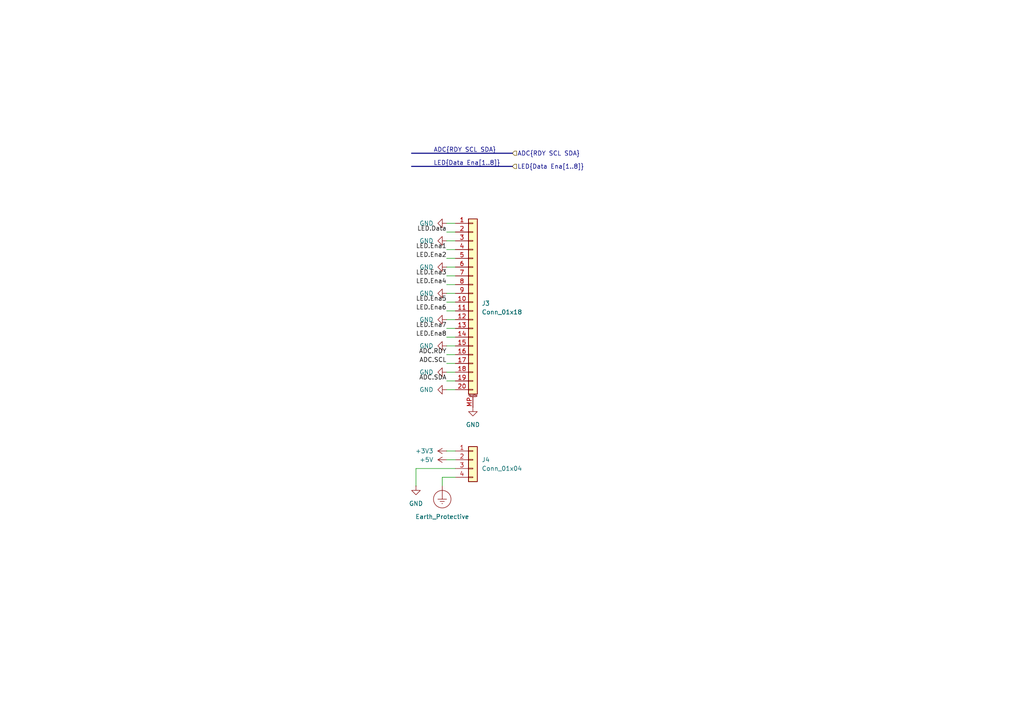
<source format=kicad_sch>
(kicad_sch
	(version 20250114)
	(generator "eeschema")
	(generator_version "9.0")
	(uuid "0ab071c3-0be2-4ea5-8a67-0f7aabcb1be5")
	(paper "A4")
	(lib_symbols
		(symbol "Connector_Generic:Conn_01x04"
			(pin_names
				(offset 1.016)
				(hide yes)
			)
			(exclude_from_sim no)
			(in_bom yes)
			(on_board yes)
			(property "Reference" "J"
				(at 0 5.08 0)
				(effects
					(font
						(size 1.27 1.27)
					)
				)
			)
			(property "Value" "Conn_01x04"
				(at 0 -7.62 0)
				(effects
					(font
						(size 1.27 1.27)
					)
				)
			)
			(property "Footprint" ""
				(at 0 0 0)
				(effects
					(font
						(size 1.27 1.27)
					)
					(hide yes)
				)
			)
			(property "Datasheet" "~"
				(at 0 0 0)
				(effects
					(font
						(size 1.27 1.27)
					)
					(hide yes)
				)
			)
			(property "Description" "Generic connector, single row, 01x04, script generated (kicad-library-utils/schlib/autogen/connector/)"
				(at 0 0 0)
				(effects
					(font
						(size 1.27 1.27)
					)
					(hide yes)
				)
			)
			(property "ki_keywords" "connector"
				(at 0 0 0)
				(effects
					(font
						(size 1.27 1.27)
					)
					(hide yes)
				)
			)
			(property "ki_fp_filters" "Connector*:*_1x??_*"
				(at 0 0 0)
				(effects
					(font
						(size 1.27 1.27)
					)
					(hide yes)
				)
			)
			(symbol "Conn_01x04_1_1"
				(rectangle
					(start -1.27 3.81)
					(end 1.27 -6.35)
					(stroke
						(width 0.254)
						(type default)
					)
					(fill
						(type background)
					)
				)
				(rectangle
					(start -1.27 2.667)
					(end 0 2.413)
					(stroke
						(width 0.1524)
						(type default)
					)
					(fill
						(type none)
					)
				)
				(rectangle
					(start -1.27 0.127)
					(end 0 -0.127)
					(stroke
						(width 0.1524)
						(type default)
					)
					(fill
						(type none)
					)
				)
				(rectangle
					(start -1.27 -2.413)
					(end 0 -2.667)
					(stroke
						(width 0.1524)
						(type default)
					)
					(fill
						(type none)
					)
				)
				(rectangle
					(start -1.27 -4.953)
					(end 0 -5.207)
					(stroke
						(width 0.1524)
						(type default)
					)
					(fill
						(type none)
					)
				)
				(pin passive line
					(at -5.08 2.54 0)
					(length 3.81)
					(name "Pin_1"
						(effects
							(font
								(size 1.27 1.27)
							)
						)
					)
					(number "1"
						(effects
							(font
								(size 1.27 1.27)
							)
						)
					)
				)
				(pin passive line
					(at -5.08 0 0)
					(length 3.81)
					(name "Pin_2"
						(effects
							(font
								(size 1.27 1.27)
							)
						)
					)
					(number "2"
						(effects
							(font
								(size 1.27 1.27)
							)
						)
					)
				)
				(pin passive line
					(at -5.08 -2.54 0)
					(length 3.81)
					(name "Pin_3"
						(effects
							(font
								(size 1.27 1.27)
							)
						)
					)
					(number "3"
						(effects
							(font
								(size 1.27 1.27)
							)
						)
					)
				)
				(pin passive line
					(at -5.08 -5.08 0)
					(length 3.81)
					(name "Pin_4"
						(effects
							(font
								(size 1.27 1.27)
							)
						)
					)
					(number "4"
						(effects
							(font
								(size 1.27 1.27)
							)
						)
					)
				)
			)
			(embedded_fonts no)
		)
		(symbol "Connector_Generic_MountingPin:Conn_01x20_MountingPin"
			(pin_names
				(offset 1.016)
				(hide yes)
			)
			(exclude_from_sim no)
			(in_bom yes)
			(on_board yes)
			(property "Reference" "J"
				(at 0 25.4 0)
				(effects
					(font
						(size 1.27 1.27)
					)
				)
			)
			(property "Value" "Conn_01x20_MountingPin"
				(at 1.27 -27.94 0)
				(effects
					(font
						(size 1.27 1.27)
					)
					(justify left)
				)
			)
			(property "Footprint" ""
				(at 0 0 0)
				(effects
					(font
						(size 1.27 1.27)
					)
					(hide yes)
				)
			)
			(property "Datasheet" "~"
				(at 0 0 0)
				(effects
					(font
						(size 1.27 1.27)
					)
					(hide yes)
				)
			)
			(property "Description" "Generic connectable mounting pin connector, single row, 01x20, script generated (kicad-library-utils/schlib/autogen/connector/)"
				(at 0 0 0)
				(effects
					(font
						(size 1.27 1.27)
					)
					(hide yes)
				)
			)
			(property "ki_keywords" "connector"
				(at 0 0 0)
				(effects
					(font
						(size 1.27 1.27)
					)
					(hide yes)
				)
			)
			(property "ki_fp_filters" "Connector*:*_1x??-1MP*"
				(at 0 0 0)
				(effects
					(font
						(size 1.27 1.27)
					)
					(hide yes)
				)
			)
			(symbol "Conn_01x20_MountingPin_1_1"
				(rectangle
					(start -1.27 24.13)
					(end 1.27 -26.67)
					(stroke
						(width 0.254)
						(type default)
					)
					(fill
						(type background)
					)
				)
				(rectangle
					(start -1.27 22.987)
					(end 0 22.733)
					(stroke
						(width 0.1524)
						(type default)
					)
					(fill
						(type none)
					)
				)
				(rectangle
					(start -1.27 20.447)
					(end 0 20.193)
					(stroke
						(width 0.1524)
						(type default)
					)
					(fill
						(type none)
					)
				)
				(rectangle
					(start -1.27 17.907)
					(end 0 17.653)
					(stroke
						(width 0.1524)
						(type default)
					)
					(fill
						(type none)
					)
				)
				(rectangle
					(start -1.27 15.367)
					(end 0 15.113)
					(stroke
						(width 0.1524)
						(type default)
					)
					(fill
						(type none)
					)
				)
				(rectangle
					(start -1.27 12.827)
					(end 0 12.573)
					(stroke
						(width 0.1524)
						(type default)
					)
					(fill
						(type none)
					)
				)
				(rectangle
					(start -1.27 10.287)
					(end 0 10.033)
					(stroke
						(width 0.1524)
						(type default)
					)
					(fill
						(type none)
					)
				)
				(rectangle
					(start -1.27 7.747)
					(end 0 7.493)
					(stroke
						(width 0.1524)
						(type default)
					)
					(fill
						(type none)
					)
				)
				(rectangle
					(start -1.27 5.207)
					(end 0 4.953)
					(stroke
						(width 0.1524)
						(type default)
					)
					(fill
						(type none)
					)
				)
				(rectangle
					(start -1.27 2.667)
					(end 0 2.413)
					(stroke
						(width 0.1524)
						(type default)
					)
					(fill
						(type none)
					)
				)
				(rectangle
					(start -1.27 0.127)
					(end 0 -0.127)
					(stroke
						(width 0.1524)
						(type default)
					)
					(fill
						(type none)
					)
				)
				(rectangle
					(start -1.27 -2.413)
					(end 0 -2.667)
					(stroke
						(width 0.1524)
						(type default)
					)
					(fill
						(type none)
					)
				)
				(rectangle
					(start -1.27 -4.953)
					(end 0 -5.207)
					(stroke
						(width 0.1524)
						(type default)
					)
					(fill
						(type none)
					)
				)
				(rectangle
					(start -1.27 -7.493)
					(end 0 -7.747)
					(stroke
						(width 0.1524)
						(type default)
					)
					(fill
						(type none)
					)
				)
				(rectangle
					(start -1.27 -10.033)
					(end 0 -10.287)
					(stroke
						(width 0.1524)
						(type default)
					)
					(fill
						(type none)
					)
				)
				(rectangle
					(start -1.27 -12.573)
					(end 0 -12.827)
					(stroke
						(width 0.1524)
						(type default)
					)
					(fill
						(type none)
					)
				)
				(rectangle
					(start -1.27 -15.113)
					(end 0 -15.367)
					(stroke
						(width 0.1524)
						(type default)
					)
					(fill
						(type none)
					)
				)
				(rectangle
					(start -1.27 -17.653)
					(end 0 -17.907)
					(stroke
						(width 0.1524)
						(type default)
					)
					(fill
						(type none)
					)
				)
				(rectangle
					(start -1.27 -20.193)
					(end 0 -20.447)
					(stroke
						(width 0.1524)
						(type default)
					)
					(fill
						(type none)
					)
				)
				(rectangle
					(start -1.27 -22.733)
					(end 0 -22.987)
					(stroke
						(width 0.1524)
						(type default)
					)
					(fill
						(type none)
					)
				)
				(rectangle
					(start -1.27 -25.273)
					(end 0 -25.527)
					(stroke
						(width 0.1524)
						(type default)
					)
					(fill
						(type none)
					)
				)
				(polyline
					(pts
						(xy -1.016 -27.432) (xy 1.016 -27.432)
					)
					(stroke
						(width 0.1524)
						(type default)
					)
					(fill
						(type none)
					)
				)
				(text "Mounting"
					(at 0 -27.051 0)
					(effects
						(font
							(size 0.381 0.381)
						)
					)
				)
				(pin passive line
					(at -5.08 22.86 0)
					(length 3.81)
					(name "Pin_1"
						(effects
							(font
								(size 1.27 1.27)
							)
						)
					)
					(number "1"
						(effects
							(font
								(size 1.27 1.27)
							)
						)
					)
				)
				(pin passive line
					(at -5.08 20.32 0)
					(length 3.81)
					(name "Pin_2"
						(effects
							(font
								(size 1.27 1.27)
							)
						)
					)
					(number "2"
						(effects
							(font
								(size 1.27 1.27)
							)
						)
					)
				)
				(pin passive line
					(at -5.08 17.78 0)
					(length 3.81)
					(name "Pin_3"
						(effects
							(font
								(size 1.27 1.27)
							)
						)
					)
					(number "3"
						(effects
							(font
								(size 1.27 1.27)
							)
						)
					)
				)
				(pin passive line
					(at -5.08 15.24 0)
					(length 3.81)
					(name "Pin_4"
						(effects
							(font
								(size 1.27 1.27)
							)
						)
					)
					(number "4"
						(effects
							(font
								(size 1.27 1.27)
							)
						)
					)
				)
				(pin passive line
					(at -5.08 12.7 0)
					(length 3.81)
					(name "Pin_5"
						(effects
							(font
								(size 1.27 1.27)
							)
						)
					)
					(number "5"
						(effects
							(font
								(size 1.27 1.27)
							)
						)
					)
				)
				(pin passive line
					(at -5.08 10.16 0)
					(length 3.81)
					(name "Pin_6"
						(effects
							(font
								(size 1.27 1.27)
							)
						)
					)
					(number "6"
						(effects
							(font
								(size 1.27 1.27)
							)
						)
					)
				)
				(pin passive line
					(at -5.08 7.62 0)
					(length 3.81)
					(name "Pin_7"
						(effects
							(font
								(size 1.27 1.27)
							)
						)
					)
					(number "7"
						(effects
							(font
								(size 1.27 1.27)
							)
						)
					)
				)
				(pin passive line
					(at -5.08 5.08 0)
					(length 3.81)
					(name "Pin_8"
						(effects
							(font
								(size 1.27 1.27)
							)
						)
					)
					(number "8"
						(effects
							(font
								(size 1.27 1.27)
							)
						)
					)
				)
				(pin passive line
					(at -5.08 2.54 0)
					(length 3.81)
					(name "Pin_9"
						(effects
							(font
								(size 1.27 1.27)
							)
						)
					)
					(number "9"
						(effects
							(font
								(size 1.27 1.27)
							)
						)
					)
				)
				(pin passive line
					(at -5.08 0 0)
					(length 3.81)
					(name "Pin_10"
						(effects
							(font
								(size 1.27 1.27)
							)
						)
					)
					(number "10"
						(effects
							(font
								(size 1.27 1.27)
							)
						)
					)
				)
				(pin passive line
					(at -5.08 -2.54 0)
					(length 3.81)
					(name "Pin_11"
						(effects
							(font
								(size 1.27 1.27)
							)
						)
					)
					(number "11"
						(effects
							(font
								(size 1.27 1.27)
							)
						)
					)
				)
				(pin passive line
					(at -5.08 -5.08 0)
					(length 3.81)
					(name "Pin_12"
						(effects
							(font
								(size 1.27 1.27)
							)
						)
					)
					(number "12"
						(effects
							(font
								(size 1.27 1.27)
							)
						)
					)
				)
				(pin passive line
					(at -5.08 -7.62 0)
					(length 3.81)
					(name "Pin_13"
						(effects
							(font
								(size 1.27 1.27)
							)
						)
					)
					(number "13"
						(effects
							(font
								(size 1.27 1.27)
							)
						)
					)
				)
				(pin passive line
					(at -5.08 -10.16 0)
					(length 3.81)
					(name "Pin_14"
						(effects
							(font
								(size 1.27 1.27)
							)
						)
					)
					(number "14"
						(effects
							(font
								(size 1.27 1.27)
							)
						)
					)
				)
				(pin passive line
					(at -5.08 -12.7 0)
					(length 3.81)
					(name "Pin_15"
						(effects
							(font
								(size 1.27 1.27)
							)
						)
					)
					(number "15"
						(effects
							(font
								(size 1.27 1.27)
							)
						)
					)
				)
				(pin passive line
					(at -5.08 -15.24 0)
					(length 3.81)
					(name "Pin_16"
						(effects
							(font
								(size 1.27 1.27)
							)
						)
					)
					(number "16"
						(effects
							(font
								(size 1.27 1.27)
							)
						)
					)
				)
				(pin passive line
					(at -5.08 -17.78 0)
					(length 3.81)
					(name "Pin_17"
						(effects
							(font
								(size 1.27 1.27)
							)
						)
					)
					(number "17"
						(effects
							(font
								(size 1.27 1.27)
							)
						)
					)
				)
				(pin passive line
					(at -5.08 -20.32 0)
					(length 3.81)
					(name "Pin_18"
						(effects
							(font
								(size 1.27 1.27)
							)
						)
					)
					(number "18"
						(effects
							(font
								(size 1.27 1.27)
							)
						)
					)
				)
				(pin passive line
					(at -5.08 -22.86 0)
					(length 3.81)
					(name "Pin_19"
						(effects
							(font
								(size 1.27 1.27)
							)
						)
					)
					(number "19"
						(effects
							(font
								(size 1.27 1.27)
							)
						)
					)
				)
				(pin passive line
					(at -5.08 -25.4 0)
					(length 3.81)
					(name "Pin_20"
						(effects
							(font
								(size 1.27 1.27)
							)
						)
					)
					(number "20"
						(effects
							(font
								(size 1.27 1.27)
							)
						)
					)
				)
				(pin passive line
					(at 0 -30.48 90)
					(length 3.048)
					(name "MountPin"
						(effects
							(font
								(size 1.27 1.27)
							)
						)
					)
					(number "MP"
						(effects
							(font
								(size 1.27 1.27)
							)
						)
					)
				)
			)
			(embedded_fonts no)
		)
		(symbol "power:+3V3"
			(power)
			(pin_numbers
				(hide yes)
			)
			(pin_names
				(offset 0)
				(hide yes)
			)
			(exclude_from_sim no)
			(in_bom yes)
			(on_board yes)
			(property "Reference" "#PWR"
				(at 0 -3.81 0)
				(effects
					(font
						(size 1.27 1.27)
					)
					(hide yes)
				)
			)
			(property "Value" "+3V3"
				(at 0 3.556 0)
				(effects
					(font
						(size 1.27 1.27)
					)
				)
			)
			(property "Footprint" ""
				(at 0 0 0)
				(effects
					(font
						(size 1.27 1.27)
					)
					(hide yes)
				)
			)
			(property "Datasheet" ""
				(at 0 0 0)
				(effects
					(font
						(size 1.27 1.27)
					)
					(hide yes)
				)
			)
			(property "Description" "Power symbol creates a global label with name \"+3V3\""
				(at 0 0 0)
				(effects
					(font
						(size 1.27 1.27)
					)
					(hide yes)
				)
			)
			(property "ki_keywords" "global power"
				(at 0 0 0)
				(effects
					(font
						(size 1.27 1.27)
					)
					(hide yes)
				)
			)
			(symbol "+3V3_0_1"
				(polyline
					(pts
						(xy -0.762 1.27) (xy 0 2.54)
					)
					(stroke
						(width 0)
						(type default)
					)
					(fill
						(type none)
					)
				)
				(polyline
					(pts
						(xy 0 2.54) (xy 0.762 1.27)
					)
					(stroke
						(width 0)
						(type default)
					)
					(fill
						(type none)
					)
				)
				(polyline
					(pts
						(xy 0 0) (xy 0 2.54)
					)
					(stroke
						(width 0)
						(type default)
					)
					(fill
						(type none)
					)
				)
			)
			(symbol "+3V3_1_1"
				(pin power_in line
					(at 0 0 90)
					(length 0)
					(name "~"
						(effects
							(font
								(size 1.27 1.27)
							)
						)
					)
					(number "1"
						(effects
							(font
								(size 1.27 1.27)
							)
						)
					)
				)
			)
			(embedded_fonts no)
		)
		(symbol "power:+5V"
			(power)
			(pin_numbers
				(hide yes)
			)
			(pin_names
				(offset 0)
				(hide yes)
			)
			(exclude_from_sim no)
			(in_bom yes)
			(on_board yes)
			(property "Reference" "#PWR"
				(at 0 -3.81 0)
				(effects
					(font
						(size 1.27 1.27)
					)
					(hide yes)
				)
			)
			(property "Value" "+5V"
				(at 0 3.556 0)
				(effects
					(font
						(size 1.27 1.27)
					)
				)
			)
			(property "Footprint" ""
				(at 0 0 0)
				(effects
					(font
						(size 1.27 1.27)
					)
					(hide yes)
				)
			)
			(property "Datasheet" ""
				(at 0 0 0)
				(effects
					(font
						(size 1.27 1.27)
					)
					(hide yes)
				)
			)
			(property "Description" "Power symbol creates a global label with name \"+5V\""
				(at 0 0 0)
				(effects
					(font
						(size 1.27 1.27)
					)
					(hide yes)
				)
			)
			(property "ki_keywords" "global power"
				(at 0 0 0)
				(effects
					(font
						(size 1.27 1.27)
					)
					(hide yes)
				)
			)
			(symbol "+5V_0_1"
				(polyline
					(pts
						(xy -0.762 1.27) (xy 0 2.54)
					)
					(stroke
						(width 0)
						(type default)
					)
					(fill
						(type none)
					)
				)
				(polyline
					(pts
						(xy 0 2.54) (xy 0.762 1.27)
					)
					(stroke
						(width 0)
						(type default)
					)
					(fill
						(type none)
					)
				)
				(polyline
					(pts
						(xy 0 0) (xy 0 2.54)
					)
					(stroke
						(width 0)
						(type default)
					)
					(fill
						(type none)
					)
				)
			)
			(symbol "+5V_1_1"
				(pin power_in line
					(at 0 0 90)
					(length 0)
					(name "~"
						(effects
							(font
								(size 1.27 1.27)
							)
						)
					)
					(number "1"
						(effects
							(font
								(size 1.27 1.27)
							)
						)
					)
				)
			)
			(embedded_fonts no)
		)
		(symbol "power:Earth_Protective"
			(power)
			(pin_numbers
				(hide yes)
			)
			(pin_names
				(offset 0)
				(hide yes)
			)
			(exclude_from_sim no)
			(in_bom yes)
			(on_board yes)
			(property "Reference" "#PWR"
				(at 0 -10.16 0)
				(effects
					(font
						(size 1.27 1.27)
					)
					(hide yes)
				)
			)
			(property "Value" "Earth_Protective"
				(at 0 -7.62 0)
				(effects
					(font
						(size 1.27 1.27)
					)
				)
			)
			(property "Footprint" ""
				(at 0 -2.54 0)
				(effects
					(font
						(size 1.27 1.27)
					)
					(hide yes)
				)
			)
			(property "Datasheet" "~"
				(at 0 -2.54 0)
				(effects
					(font
						(size 1.27 1.27)
					)
					(hide yes)
				)
			)
			(property "Description" "Power symbol creates a global label with name \"Earth_Protective\""
				(at 0 0 0)
				(effects
					(font
						(size 1.27 1.27)
					)
					(hide yes)
				)
			)
			(property "ki_keywords" "global ground gnd clean"
				(at 0 0 0)
				(effects
					(font
						(size 1.27 1.27)
					)
					(hide yes)
				)
			)
			(symbol "Earth_Protective_0_1"
				(polyline
					(pts
						(xy -0.635 -4.445) (xy 0.635 -4.445)
					)
					(stroke
						(width 0)
						(type default)
					)
					(fill
						(type none)
					)
				)
				(polyline
					(pts
						(xy -0.127 -5.08) (xy 0.127 -5.08)
					)
					(stroke
						(width 0)
						(type default)
					)
					(fill
						(type none)
					)
				)
				(polyline
					(pts
						(xy 0 -3.81) (xy 0 0)
					)
					(stroke
						(width 0)
						(type default)
					)
					(fill
						(type none)
					)
				)
				(circle
					(center 0 -3.81)
					(radius 2.54)
					(stroke
						(width 0)
						(type default)
					)
					(fill
						(type none)
					)
				)
				(polyline
					(pts
						(xy 1.27 -3.81) (xy -1.27 -3.81)
					)
					(stroke
						(width 0)
						(type default)
					)
					(fill
						(type none)
					)
				)
			)
			(symbol "Earth_Protective_1_1"
				(pin power_in line
					(at 0 0 270)
					(length 0)
					(name "~"
						(effects
							(font
								(size 1.27 1.27)
							)
						)
					)
					(number "1"
						(effects
							(font
								(size 1.27 1.27)
							)
						)
					)
				)
			)
			(embedded_fonts no)
		)
		(symbol "power:GND"
			(power)
			(pin_numbers
				(hide yes)
			)
			(pin_names
				(offset 0)
				(hide yes)
			)
			(exclude_from_sim no)
			(in_bom yes)
			(on_board yes)
			(property "Reference" "#PWR"
				(at 0 -6.35 0)
				(effects
					(font
						(size 1.27 1.27)
					)
					(hide yes)
				)
			)
			(property "Value" "GND"
				(at 0 -3.81 0)
				(effects
					(font
						(size 1.27 1.27)
					)
				)
			)
			(property "Footprint" ""
				(at 0 0 0)
				(effects
					(font
						(size 1.27 1.27)
					)
					(hide yes)
				)
			)
			(property "Datasheet" ""
				(at 0 0 0)
				(effects
					(font
						(size 1.27 1.27)
					)
					(hide yes)
				)
			)
			(property "Description" "Power symbol creates a global label with name \"GND\" , ground"
				(at 0 0 0)
				(effects
					(font
						(size 1.27 1.27)
					)
					(hide yes)
				)
			)
			(property "ki_keywords" "global power"
				(at 0 0 0)
				(effects
					(font
						(size 1.27 1.27)
					)
					(hide yes)
				)
			)
			(symbol "GND_0_1"
				(polyline
					(pts
						(xy 0 0) (xy 0 -1.27) (xy 1.27 -1.27) (xy 0 -2.54) (xy -1.27 -1.27) (xy 0 -1.27)
					)
					(stroke
						(width 0)
						(type default)
					)
					(fill
						(type none)
					)
				)
			)
			(symbol "GND_1_1"
				(pin power_in line
					(at 0 0 270)
					(length 0)
					(name "~"
						(effects
							(font
								(size 1.27 1.27)
							)
						)
					)
					(number "1"
						(effects
							(font
								(size 1.27 1.27)
							)
						)
					)
				)
			)
			(embedded_fonts no)
		)
	)
	(wire
		(pts
			(xy 129.54 110.49) (xy 132.08 110.49)
		)
		(stroke
			(width 0)
			(type default)
		)
		(uuid "14cc04f8-8952-423e-8eaf-b54be0f87817")
	)
	(wire
		(pts
			(xy 129.54 95.25) (xy 132.08 95.25)
		)
		(stroke
			(width 0)
			(type default)
		)
		(uuid "160149d1-1cb4-4c96-83ae-b75661e04fea")
	)
	(wire
		(pts
			(xy 129.54 64.77) (xy 132.08 64.77)
		)
		(stroke
			(width 0)
			(type default)
		)
		(uuid "1b511503-a351-4a6e-896d-bc4e2ca564c6")
	)
	(wire
		(pts
			(xy 129.54 82.55) (xy 132.08 82.55)
		)
		(stroke
			(width 0)
			(type default)
		)
		(uuid "1bcd4c9e-0a88-464d-97b7-d36dbad9fc28")
	)
	(wire
		(pts
			(xy 129.54 74.93) (xy 132.08 74.93)
		)
		(stroke
			(width 0)
			(type default)
		)
		(uuid "1c8ef686-7906-49ca-bf0e-64ea502071bf")
	)
	(wire
		(pts
			(xy 129.54 133.35) (xy 132.08 133.35)
		)
		(stroke
			(width 0)
			(type default)
		)
		(uuid "2566fe7f-73a6-425c-a672-240e636a12e0")
	)
	(wire
		(pts
			(xy 129.54 102.87) (xy 132.08 102.87)
		)
		(stroke
			(width 0)
			(type default)
		)
		(uuid "338a4279-833f-40ad-ad14-2fb8a59ab13b")
	)
	(wire
		(pts
			(xy 129.54 90.17) (xy 132.08 90.17)
		)
		(stroke
			(width 0)
			(type default)
		)
		(uuid "40b3fd15-9703-4e4b-9774-d862f24e2170")
	)
	(wire
		(pts
			(xy 129.54 80.01) (xy 132.08 80.01)
		)
		(stroke
			(width 0)
			(type default)
		)
		(uuid "40c00565-b667-4b7b-9385-9d4a17dc1559")
	)
	(wire
		(pts
			(xy 129.54 107.95) (xy 132.08 107.95)
		)
		(stroke
			(width 0)
			(type default)
		)
		(uuid "4ad76a7f-228f-4930-abe3-3476ef817aa1")
	)
	(wire
		(pts
			(xy 129.54 69.85) (xy 132.08 69.85)
		)
		(stroke
			(width 0)
			(type default)
		)
		(uuid "4d739c0f-5ee2-49c0-b615-01731083c835")
	)
	(wire
		(pts
			(xy 129.54 113.03) (xy 132.08 113.03)
		)
		(stroke
			(width 0)
			(type default)
		)
		(uuid "51e50380-ce75-4e0b-b8a8-af7e48bd4038")
	)
	(wire
		(pts
			(xy 128.27 140.97) (xy 128.27 138.43)
		)
		(stroke
			(width 0)
			(type default)
		)
		(uuid "6911ef97-5dd5-49cf-8325-19f931a18085")
	)
	(wire
		(pts
			(xy 129.54 87.63) (xy 132.08 87.63)
		)
		(stroke
			(width 0)
			(type default)
		)
		(uuid "8f7e02d2-d425-4d33-8511-c3e4a4ad34b4")
	)
	(bus
		(pts
			(xy 119.38 44.45) (xy 148.59 44.45)
		)
		(stroke
			(width 0)
			(type default)
		)
		(uuid "9b88a607-97e3-48a0-ba9b-5a8b53b25492")
	)
	(wire
		(pts
			(xy 129.54 85.09) (xy 132.08 85.09)
		)
		(stroke
			(width 0)
			(type default)
		)
		(uuid "9d3c87ad-e00b-4c57-a0cf-1c45f8a638b8")
	)
	(wire
		(pts
			(xy 129.54 77.47) (xy 132.08 77.47)
		)
		(stroke
			(width 0)
			(type default)
		)
		(uuid "9d86ee61-1d86-49d5-9089-1cea196ef86e")
	)
	(wire
		(pts
			(xy 129.54 92.71) (xy 132.08 92.71)
		)
		(stroke
			(width 0)
			(type default)
		)
		(uuid "a45ab4c4-b1a4-499f-bf04-b4fa3d8396d8")
	)
	(wire
		(pts
			(xy 120.65 140.97) (xy 120.65 135.89)
		)
		(stroke
			(width 0)
			(type default)
		)
		(uuid "abda22f6-9a80-49ba-b4c2-92fb2d9aa64d")
	)
	(wire
		(pts
			(xy 129.54 130.81) (xy 132.08 130.81)
		)
		(stroke
			(width 0)
			(type default)
		)
		(uuid "ad23ff72-99be-40fc-a83c-89a09ad8319a")
	)
	(wire
		(pts
			(xy 129.54 67.31) (xy 132.08 67.31)
		)
		(stroke
			(width 0)
			(type default)
		)
		(uuid "b6f31e43-386b-4745-b2f0-9385223fbfe9")
	)
	(wire
		(pts
			(xy 129.54 72.39) (xy 132.08 72.39)
		)
		(stroke
			(width 0)
			(type default)
		)
		(uuid "b999400a-d8cb-4126-a397-03a3fc2cfee1")
	)
	(wire
		(pts
			(xy 128.27 138.43) (xy 132.08 138.43)
		)
		(stroke
			(width 0)
			(type default)
		)
		(uuid "c8647988-a750-4743-8219-f79c7a0e331f")
	)
	(wire
		(pts
			(xy 129.54 105.41) (xy 132.08 105.41)
		)
		(stroke
			(width 0)
			(type default)
		)
		(uuid "cc9b9efa-26cc-4aef-8439-394b83acc6ae")
	)
	(wire
		(pts
			(xy 129.54 97.79) (xy 132.08 97.79)
		)
		(stroke
			(width 0)
			(type default)
		)
		(uuid "de8dfbcf-5e0c-47f1-92c9-65e5198111dd")
	)
	(bus
		(pts
			(xy 119.38 48.26) (xy 148.59 48.26)
		)
		(stroke
			(width 0)
			(type default)
		)
		(uuid "df01b1ed-e527-422c-a638-11e0f939d159")
	)
	(wire
		(pts
			(xy 129.54 100.33) (xy 132.08 100.33)
		)
		(stroke
			(width 0)
			(type default)
		)
		(uuid "f0a3ea70-39c7-43b6-bb2e-95739bffb48a")
	)
	(wire
		(pts
			(xy 120.65 135.89) (xy 132.08 135.89)
		)
		(stroke
			(width 0)
			(type default)
		)
		(uuid "fb7a3d54-5f83-4e93-b10f-6128e4be72ba")
	)
	(label "LED.Ena4"
		(at 129.54 82.55 180)
		(effects
			(font
				(size 1.27 1.27)
			)
			(justify right bottom)
		)
		(uuid "02169b52-38c9-46dd-889a-9416581c48d4")
	)
	(label "ADC.SDA"
		(at 129.54 110.49 180)
		(effects
			(font
				(size 1.27 1.27)
			)
			(justify right bottom)
		)
		(uuid "0c493d49-c47d-41e0-a81d-bdb7d7586c6f")
	)
	(label "LED.Ena7"
		(at 129.54 95.25 180)
		(effects
			(font
				(size 1.27 1.27)
			)
			(justify right bottom)
		)
		(uuid "5b91264f-05c2-4f81-b589-5eb1048ff80f")
	)
	(label "LED.Ena5"
		(at 129.54 87.63 180)
		(effects
			(font
				(size 1.27 1.27)
			)
			(justify right bottom)
		)
		(uuid "6fb3581a-65dc-4e31-9f50-a81e61120810")
	)
	(label "LED.Ena8"
		(at 129.54 97.79 180)
		(effects
			(font
				(size 1.27 1.27)
			)
			(justify right bottom)
		)
		(uuid "81775853-cd58-4310-adcc-40543763178e")
	)
	(label "LED.Ena2"
		(at 129.54 74.93 180)
		(effects
			(font
				(size 1.27 1.27)
			)
			(justify right bottom)
		)
		(uuid "85355b4a-5105-453b-aaaf-4cc7aaef91d9")
	)
	(label "ADC.SCL"
		(at 129.54 105.41 180)
		(effects
			(font
				(size 1.27 1.27)
			)
			(justify right bottom)
		)
		(uuid "85606181-98fa-4d5b-ae44-60d0bd0d78ae")
	)
	(label "ADC.RDY"
		(at 129.54 102.87 180)
		(effects
			(font
				(size 1.27 1.27)
			)
			(justify right bottom)
		)
		(uuid "99d796ee-87fb-4078-818b-c337da6055d9")
	)
	(label "LED.Ena3"
		(at 129.54 80.01 180)
		(effects
			(font
				(size 1.27 1.27)
			)
			(justify right bottom)
		)
		(uuid "a8ac4890-b622-4982-a314-32c7cdf409f7")
	)
	(label "LED.Ena1"
		(at 129.54 72.39 180)
		(effects
			(font
				(size 1.27 1.27)
			)
			(justify right bottom)
		)
		(uuid "b7840f10-6854-4061-bd3f-fb5973d0b92b")
	)
	(label "LED.Ena6"
		(at 129.54 90.17 180)
		(effects
			(font
				(size 1.27 1.27)
			)
			(justify right bottom)
		)
		(uuid "c4401a8a-a169-4c63-a055-7498fcb32ba0")
	)
	(label "LED{Data Ena[1..8]}"
		(at 125.73 48.26 0)
		(effects
			(font
				(size 1.27 1.27)
			)
			(justify left bottom)
		)
		(uuid "c5cfa722-21d7-4cbf-8abd-375e42b84243")
	)
	(label "LED.Data"
		(at 129.54 67.31 180)
		(effects
			(font
				(size 1.27 1.27)
			)
			(justify right bottom)
		)
		(uuid "e13e73a0-dd25-4a98-8201-8e1f8aef0e3e")
	)
	(label "ADC{RDY SCL SDA}"
		(at 125.73 44.45 0)
		(effects
			(font
				(size 1.27 1.27)
			)
			(justify left bottom)
		)
		(uuid "ef4faa65-fb2d-49f7-a07f-6477b52b6aed")
	)
	(hierarchical_label "ADC{RDY SCL SDA}"
		(shape input)
		(at 148.59 44.45 0)
		(effects
			(font
				(size 1.27 1.27)
			)
			(justify left)
		)
		(uuid "2af85993-fe38-4f6e-bdcb-df6b9b00e276")
	)
	(hierarchical_label "LED{Data Ena[1..8]}"
		(shape input)
		(at 148.59 48.26 0)
		(effects
			(font
				(size 1.27 1.27)
			)
			(justify left)
		)
		(uuid "dbc0d94e-02ae-4b99-a454-60b59164f455")
	)
	(symbol
		(lib_id "Connector_Generic:Conn_01x04")
		(at 137.16 133.35 0)
		(unit 1)
		(exclude_from_sim no)
		(in_bom yes)
		(on_board yes)
		(dnp no)
		(fields_autoplaced yes)
		(uuid "0071e936-01aa-41f6-8030-b5b3900b411b")
		(property "Reference" "J4"
			(at 139.7 133.3499 0)
			(effects
				(font
					(size 1.27 1.27)
				)
				(justify left)
			)
		)
		(property "Value" "Conn_01x04"
			(at 139.7 135.8899 0)
			(effects
				(font
					(size 1.27 1.27)
				)
				(justify left)
			)
		)
		(property "Footprint" "Connector_JST:JST_XH_B4B-XH-AM_1x04_P2.50mm_Vertical"
			(at 137.16 133.35 0)
			(effects
				(font
					(size 1.27 1.27)
				)
				(hide yes)
			)
		)
		(property "Datasheet" "~"
			(at 137.16 133.35 0)
			(effects
				(font
					(size 1.27 1.27)
				)
				(hide yes)
			)
		)
		(property "Description" "Generic connector, single row, 01x04, script generated (kicad-library-utils/schlib/autogen/connector/)"
			(at 137.16 133.35 0)
			(effects
				(font
					(size 1.27 1.27)
				)
				(hide yes)
			)
		)
		(pin "4"
			(uuid "6fcfaa21-7b96-4b4b-89ee-16f0ca08ad6c")
		)
		(pin "1"
			(uuid "2f539a2c-1ab2-4029-aa1c-1e1e94a93467")
		)
		(pin "3"
			(uuid "226c9b4f-e462-4ffd-ae44-64bfe0cdc4de")
		)
		(pin "2"
			(uuid "1f6dfd79-239a-4012-8d7c-e114e3bc18ad")
		)
		(instances
			(project "StairsV2Eth_MCUBoard"
				(path "/bd557fa5-9750-4f23-a70d-64eb23cad01a/de67b45f-ca8d-4034-93ea-51716c7758e9"
					(reference "J4")
					(unit 1)
				)
			)
		)
	)
	(symbol
		(lib_id "power:GND")
		(at 129.54 100.33 270)
		(unit 1)
		(exclude_from_sim no)
		(in_bom yes)
		(on_board yes)
		(dnp no)
		(fields_autoplaced yes)
		(uuid "02a8b39b-c1b6-4a56-ae01-d0b42ab39b97")
		(property "Reference" "#PWR056"
			(at 123.19 100.33 0)
			(effects
				(font
					(size 1.27 1.27)
				)
				(hide yes)
			)
		)
		(property "Value" "GND"
			(at 125.73 100.3299 90)
			(effects
				(font
					(size 1.27 1.27)
				)
				(justify right)
			)
		)
		(property "Footprint" ""
			(at 129.54 100.33 0)
			(effects
				(font
					(size 1.27 1.27)
				)
				(hide yes)
			)
		)
		(property "Datasheet" ""
			(at 129.54 100.33 0)
			(effects
				(font
					(size 1.27 1.27)
				)
				(hide yes)
			)
		)
		(property "Description" "Power symbol creates a global label with name \"GND\" , ground"
			(at 129.54 100.33 0)
			(effects
				(font
					(size 1.27 1.27)
				)
				(hide yes)
			)
		)
		(pin "1"
			(uuid "31358096-4012-4ee3-898c-25db3862bc58")
		)
		(instances
			(project "StairsV2Eth_MCUBoard"
				(path "/bd557fa5-9750-4f23-a70d-64eb23cad01a/de67b45f-ca8d-4034-93ea-51716c7758e9"
					(reference "#PWR056")
					(unit 1)
				)
			)
		)
	)
	(symbol
		(lib_id "power:GND")
		(at 129.54 69.85 270)
		(unit 1)
		(exclude_from_sim no)
		(in_bom yes)
		(on_board yes)
		(dnp no)
		(fields_autoplaced yes)
		(uuid "06275973-02ff-47f5-a521-885c1663f1db")
		(property "Reference" "#PWR052"
			(at 123.19 69.85 0)
			(effects
				(font
					(size 1.27 1.27)
				)
				(hide yes)
			)
		)
		(property "Value" "GND"
			(at 125.73 69.8499 90)
			(effects
				(font
					(size 1.27 1.27)
				)
				(justify right)
			)
		)
		(property "Footprint" ""
			(at 129.54 69.85 0)
			(effects
				(font
					(size 1.27 1.27)
				)
				(hide yes)
			)
		)
		(property "Datasheet" ""
			(at 129.54 69.85 0)
			(effects
				(font
					(size 1.27 1.27)
				)
				(hide yes)
			)
		)
		(property "Description" "Power symbol creates a global label with name \"GND\" , ground"
			(at 129.54 69.85 0)
			(effects
				(font
					(size 1.27 1.27)
				)
				(hide yes)
			)
		)
		(pin "1"
			(uuid "60136f85-f4cf-4b14-959b-a67e05c1933c")
		)
		(instances
			(project "StairsV2Eth_MCUBoard"
				(path "/bd557fa5-9750-4f23-a70d-64eb23cad01a/de67b45f-ca8d-4034-93ea-51716c7758e9"
					(reference "#PWR052")
					(unit 1)
				)
			)
		)
	)
	(symbol
		(lib_id "power:GND")
		(at 129.54 77.47 270)
		(unit 1)
		(exclude_from_sim no)
		(in_bom yes)
		(on_board yes)
		(dnp no)
		(fields_autoplaced yes)
		(uuid "1545c98b-f897-4cc0-9cae-21f36e905463")
		(property "Reference" "#PWR053"
			(at 123.19 77.47 0)
			(effects
				(font
					(size 1.27 1.27)
				)
				(hide yes)
			)
		)
		(property "Value" "GND"
			(at 125.73 77.4699 90)
			(effects
				(font
					(size 1.27 1.27)
				)
				(justify right)
			)
		)
		(property "Footprint" ""
			(at 129.54 77.47 0)
			(effects
				(font
					(size 1.27 1.27)
				)
				(hide yes)
			)
		)
		(property "Datasheet" ""
			(at 129.54 77.47 0)
			(effects
				(font
					(size 1.27 1.27)
				)
				(hide yes)
			)
		)
		(property "Description" "Power symbol creates a global label with name \"GND\" , ground"
			(at 129.54 77.47 0)
			(effects
				(font
					(size 1.27 1.27)
				)
				(hide yes)
			)
		)
		(pin "1"
			(uuid "8cc16ee0-4144-4c4d-ad56-8f7740e0d0e1")
		)
		(instances
			(project "StairsV2Eth_MCUBoard"
				(path "/bd557fa5-9750-4f23-a70d-64eb23cad01a/de67b45f-ca8d-4034-93ea-51716c7758e9"
					(reference "#PWR053")
					(unit 1)
				)
			)
		)
	)
	(symbol
		(lib_id "power:GND")
		(at 137.16 118.11 0)
		(unit 1)
		(exclude_from_sim no)
		(in_bom yes)
		(on_board yes)
		(dnp no)
		(fields_autoplaced yes)
		(uuid "28c0c56b-01be-44c5-8dc4-00855e708ede")
		(property "Reference" "#PWR061"
			(at 137.16 124.46 0)
			(effects
				(font
					(size 1.27 1.27)
				)
				(hide yes)
			)
		)
		(property "Value" "GND"
			(at 137.16 123.19 0)
			(effects
				(font
					(size 1.27 1.27)
				)
			)
		)
		(property "Footprint" ""
			(at 137.16 118.11 0)
			(effects
				(font
					(size 1.27 1.27)
				)
				(hide yes)
			)
		)
		(property "Datasheet" ""
			(at 137.16 118.11 0)
			(effects
				(font
					(size 1.27 1.27)
				)
				(hide yes)
			)
		)
		(property "Description" "Power symbol creates a global label with name \"GND\" , ground"
			(at 137.16 118.11 0)
			(effects
				(font
					(size 1.27 1.27)
				)
				(hide yes)
			)
		)
		(pin "1"
			(uuid "f89d5eca-00d5-4019-8a81-3109e3f72163")
		)
		(instances
			(project "StairsV2Eth_MCUBoard"
				(path "/bd557fa5-9750-4f23-a70d-64eb23cad01a/de67b45f-ca8d-4034-93ea-51716c7758e9"
					(reference "#PWR061")
					(unit 1)
				)
			)
		)
	)
	(symbol
		(lib_id "power:GND")
		(at 129.54 113.03 270)
		(unit 1)
		(exclude_from_sim no)
		(in_bom yes)
		(on_board yes)
		(dnp no)
		(fields_autoplaced yes)
		(uuid "45ec0aec-e3fd-416a-ae24-a465fbec5257")
		(property "Reference" "#PWR058"
			(at 123.19 113.03 0)
			(effects
				(font
					(size 1.27 1.27)
				)
				(hide yes)
			)
		)
		(property "Value" "GND"
			(at 125.73 113.0299 90)
			(effects
				(font
					(size 1.27 1.27)
				)
				(justify right)
			)
		)
		(property "Footprint" ""
			(at 129.54 113.03 0)
			(effects
				(font
					(size 1.27 1.27)
				)
				(hide yes)
			)
		)
		(property "Datasheet" ""
			(at 129.54 113.03 0)
			(effects
				(font
					(size 1.27 1.27)
				)
				(hide yes)
			)
		)
		(property "Description" "Power symbol creates a global label with name \"GND\" , ground"
			(at 129.54 113.03 0)
			(effects
				(font
					(size 1.27 1.27)
				)
				(hide yes)
			)
		)
		(pin "1"
			(uuid "19eeaee9-073e-4338-883a-fdd6c200c1b3")
		)
		(instances
			(project "StairsV2Eth_MCUBoard"
				(path "/bd557fa5-9750-4f23-a70d-64eb23cad01a/de67b45f-ca8d-4034-93ea-51716c7758e9"
					(reference "#PWR058")
					(unit 1)
				)
			)
		)
	)
	(symbol
		(lib_id "power:+3V3")
		(at 129.54 130.81 90)
		(unit 1)
		(exclude_from_sim no)
		(in_bom yes)
		(on_board yes)
		(dnp no)
		(fields_autoplaced yes)
		(uuid "551b5083-6bd6-4e08-ac3a-0eee1a02a950")
		(property "Reference" "#PWR059"
			(at 133.35 130.81 0)
			(effects
				(font
					(size 1.27 1.27)
				)
				(hide yes)
			)
		)
		(property "Value" "+3V3"
			(at 125.73 130.8099 90)
			(effects
				(font
					(size 1.27 1.27)
				)
				(justify left)
			)
		)
		(property "Footprint" ""
			(at 129.54 130.81 0)
			(effects
				(font
					(size 1.27 1.27)
				)
				(hide yes)
			)
		)
		(property "Datasheet" ""
			(at 129.54 130.81 0)
			(effects
				(font
					(size 1.27 1.27)
				)
				(hide yes)
			)
		)
		(property "Description" "Power symbol creates a global label with name \"+3V3\""
			(at 129.54 130.81 0)
			(effects
				(font
					(size 1.27 1.27)
				)
				(hide yes)
			)
		)
		(pin "1"
			(uuid "d2a36fba-4ec5-4b94-b6cd-b6b8e3a78f65")
		)
		(instances
			(project "StairsV2Eth_MCUBoard"
				(path "/bd557fa5-9750-4f23-a70d-64eb23cad01a/de67b45f-ca8d-4034-93ea-51716c7758e9"
					(reference "#PWR059")
					(unit 1)
				)
			)
		)
	)
	(symbol
		(lib_id "power:GND")
		(at 120.65 140.97 0)
		(unit 1)
		(exclude_from_sim no)
		(in_bom yes)
		(on_board yes)
		(dnp no)
		(fields_autoplaced yes)
		(uuid "58d6564c-ff34-4313-9439-5051439755ee")
		(property "Reference" "#PWR049"
			(at 120.65 147.32 0)
			(effects
				(font
					(size 1.27 1.27)
				)
				(hide yes)
			)
		)
		(property "Value" "GND"
			(at 120.65 146.05 0)
			(effects
				(font
					(size 1.27 1.27)
				)
			)
		)
		(property "Footprint" ""
			(at 120.65 140.97 0)
			(effects
				(font
					(size 1.27 1.27)
				)
				(hide yes)
			)
		)
		(property "Datasheet" ""
			(at 120.65 140.97 0)
			(effects
				(font
					(size 1.27 1.27)
				)
				(hide yes)
			)
		)
		(property "Description" "Power symbol creates a global label with name \"GND\" , ground"
			(at 120.65 140.97 0)
			(effects
				(font
					(size 1.27 1.27)
				)
				(hide yes)
			)
		)
		(pin "1"
			(uuid "c1f6cfb2-80b6-4cd1-97f2-d58bad1e24ff")
		)
		(instances
			(project "StairsV2Eth_MCUBoard"
				(path "/bd557fa5-9750-4f23-a70d-64eb23cad01a/de67b45f-ca8d-4034-93ea-51716c7758e9"
					(reference "#PWR049")
					(unit 1)
				)
			)
		)
	)
	(symbol
		(lib_id "power:GND")
		(at 129.54 92.71 270)
		(unit 1)
		(exclude_from_sim no)
		(in_bom yes)
		(on_board yes)
		(dnp no)
		(fields_autoplaced yes)
		(uuid "6cfcb951-9274-4ee2-bd9b-6f0481966043")
		(property "Reference" "#PWR055"
			(at 123.19 92.71 0)
			(effects
				(font
					(size 1.27 1.27)
				)
				(hide yes)
			)
		)
		(property "Value" "GND"
			(at 125.73 92.7099 90)
			(effects
				(font
					(size 1.27 1.27)
				)
				(justify right)
			)
		)
		(property "Footprint" ""
			(at 129.54 92.71 0)
			(effects
				(font
					(size 1.27 1.27)
				)
				(hide yes)
			)
		)
		(property "Datasheet" ""
			(at 129.54 92.71 0)
			(effects
				(font
					(size 1.27 1.27)
				)
				(hide yes)
			)
		)
		(property "Description" "Power symbol creates a global label with name \"GND\" , ground"
			(at 129.54 92.71 0)
			(effects
				(font
					(size 1.27 1.27)
				)
				(hide yes)
			)
		)
		(pin "1"
			(uuid "b54195ba-d38e-472d-b72b-d6bf5ded290b")
		)
		(instances
			(project "StairsV2Eth_MCUBoard"
				(path "/bd557fa5-9750-4f23-a70d-64eb23cad01a/de67b45f-ca8d-4034-93ea-51716c7758e9"
					(reference "#PWR055")
					(unit 1)
				)
			)
		)
	)
	(symbol
		(lib_id "Connector_Generic_MountingPin:Conn_01x20_MountingPin")
		(at 137.16 87.63 0)
		(unit 1)
		(exclude_from_sim no)
		(in_bom yes)
		(on_board yes)
		(dnp no)
		(fields_autoplaced yes)
		(uuid "6e9acb3a-3291-4ee6-895b-8c180db9d134")
		(property "Reference" "J3"
			(at 139.7 87.9855 0)
			(effects
				(font
					(size 1.27 1.27)
				)
				(justify left)
			)
		)
		(property "Value" "Conn_01x18"
			(at 139.7 90.5255 0)
			(effects
				(font
					(size 1.27 1.27)
				)
				(justify left)
			)
		)
		(property "Footprint" "ProjLibrary:FPC0520A1-20PVSZS1"
			(at 137.16 87.63 0)
			(effects
				(font
					(size 1.27 1.27)
				)
				(hide yes)
			)
		)
		(property "Datasheet" "~"
			(at 137.16 87.63 0)
			(effects
				(font
					(size 1.27 1.27)
				)
				(hide yes)
			)
		)
		(property "Description" "Generic connectable mounting pin connector, single row, 01x20, script generated (kicad-library-utils/schlib/autogen/connector/)"
			(at 137.16 87.63 0)
			(effects
				(font
					(size 1.27 1.27)
				)
				(hide yes)
			)
		)
		(pin "1"
			(uuid "a49d66ef-f2f7-4cb6-ab59-8d7003903229")
		)
		(pin "5"
			(uuid "72ceed9f-24ad-4215-99e4-5612ee136a49")
		)
		(pin "2"
			(uuid "b7ca2c7a-e166-47e9-8155-176399ed0060")
		)
		(pin "3"
			(uuid "1ba8350c-26bb-42d8-8022-01281a92aa8b")
		)
		(pin "4"
			(uuid "b04a13bf-c530-4dba-9318-374db9a3fb9b")
		)
		(pin "14"
			(uuid "4056ca12-d495-4e34-a310-13694cd1d109")
		)
		(pin "11"
			(uuid "1d453c30-400a-4710-894e-0ccdfa8384c0")
		)
		(pin "6"
			(uuid "2d0cce0b-dde6-4a5c-b7b9-bb6bb2620167")
		)
		(pin "10"
			(uuid "00f7d8b6-7de2-4f86-8744-8d42356bc8e4")
		)
		(pin "13"
			(uuid "95f02c34-cee0-4ac2-a1f5-e383ed833bae")
		)
		(pin "7"
			(uuid "a5e9f23c-a3fc-4ab7-a650-0396cce24023")
		)
		(pin "16"
			(uuid "eddf922e-37a6-483c-a1f4-1317a87c7e1c")
		)
		(pin "15"
			(uuid "4824eca3-d7b8-42ad-8cc8-14b7abf640eb")
		)
		(pin "8"
			(uuid "13bc0e19-5f45-4722-b4e6-35030d927731")
		)
		(pin "9"
			(uuid "d6163ba4-2129-4d5d-9b7c-683985bbecc0")
		)
		(pin "12"
			(uuid "34f8b54b-3874-4423-bbb4-143494e40329")
		)
		(pin "17"
			(uuid "4c8fc2ac-4487-40b0-a5fa-2258c6bb16e2")
		)
		(pin "18"
			(uuid "e9f3f7cf-094c-4669-86f6-87f0df70ef1e")
		)
		(pin "19"
			(uuid "74f60ec5-d133-4458-8710-7188598213d2")
		)
		(pin "20"
			(uuid "616aec4f-9d0a-4f44-be65-d18ef3f34b25")
		)
		(pin "MP"
			(uuid "bb50ef18-86aa-4333-bedd-1a5bbcccc879")
		)
		(instances
			(project "StairsV2Eth_MCUBoard"
				(path "/bd557fa5-9750-4f23-a70d-64eb23cad01a/de67b45f-ca8d-4034-93ea-51716c7758e9"
					(reference "J3")
					(unit 1)
				)
			)
		)
	)
	(symbol
		(lib_id "power:GND")
		(at 129.54 85.09 270)
		(unit 1)
		(exclude_from_sim no)
		(in_bom yes)
		(on_board yes)
		(dnp no)
		(fields_autoplaced yes)
		(uuid "92ce5122-efb4-4ea4-8e6f-f312bda443ec")
		(property "Reference" "#PWR054"
			(at 123.19 85.09 0)
			(effects
				(font
					(size 1.27 1.27)
				)
				(hide yes)
			)
		)
		(property "Value" "GND"
			(at 125.73 85.0899 90)
			(effects
				(font
					(size 1.27 1.27)
				)
				(justify right)
			)
		)
		(property "Footprint" ""
			(at 129.54 85.09 0)
			(effects
				(font
					(size 1.27 1.27)
				)
				(hide yes)
			)
		)
		(property "Datasheet" ""
			(at 129.54 85.09 0)
			(effects
				(font
					(size 1.27 1.27)
				)
				(hide yes)
			)
		)
		(property "Description" "Power symbol creates a global label with name \"GND\" , ground"
			(at 129.54 85.09 0)
			(effects
				(font
					(size 1.27 1.27)
				)
				(hide yes)
			)
		)
		(pin "1"
			(uuid "cefd822b-3c5b-4f68-a3e1-93f6539c50a1")
		)
		(instances
			(project "StairsV2Eth_MCUBoard"
				(path "/bd557fa5-9750-4f23-a70d-64eb23cad01a/de67b45f-ca8d-4034-93ea-51716c7758e9"
					(reference "#PWR054")
					(unit 1)
				)
			)
		)
	)
	(symbol
		(lib_id "power:GND")
		(at 129.54 64.77 270)
		(unit 1)
		(exclude_from_sim no)
		(in_bom yes)
		(on_board yes)
		(dnp no)
		(fields_autoplaced yes)
		(uuid "dabc77ac-2236-4a86-b6e5-8f8ca1f3a4d4")
		(property "Reference" "#PWR051"
			(at 123.19 64.77 0)
			(effects
				(font
					(size 1.27 1.27)
				)
				(hide yes)
			)
		)
		(property "Value" "GND"
			(at 125.73 64.7699 90)
			(effects
				(font
					(size 1.27 1.27)
				)
				(justify right)
			)
		)
		(property "Footprint" ""
			(at 129.54 64.77 0)
			(effects
				(font
					(size 1.27 1.27)
				)
				(hide yes)
			)
		)
		(property "Datasheet" ""
			(at 129.54 64.77 0)
			(effects
				(font
					(size 1.27 1.27)
				)
				(hide yes)
			)
		)
		(property "Description" "Power symbol creates a global label with name \"GND\" , ground"
			(at 129.54 64.77 0)
			(effects
				(font
					(size 1.27 1.27)
				)
				(hide yes)
			)
		)
		(pin "1"
			(uuid "6d8f75d6-eae3-4ed8-a189-737dc76cf80f")
		)
		(instances
			(project "StairsV2Eth_MCUBoard"
				(path "/bd557fa5-9750-4f23-a70d-64eb23cad01a/de67b45f-ca8d-4034-93ea-51716c7758e9"
					(reference "#PWR051")
					(unit 1)
				)
			)
		)
	)
	(symbol
		(lib_id "power:GND")
		(at 129.54 107.95 270)
		(unit 1)
		(exclude_from_sim no)
		(in_bom yes)
		(on_board yes)
		(dnp no)
		(fields_autoplaced yes)
		(uuid "e39adc71-82eb-4e2d-b4ac-89790ddb1290")
		(property "Reference" "#PWR057"
			(at 123.19 107.95 0)
			(effects
				(font
					(size 1.27 1.27)
				)
				(hide yes)
			)
		)
		(property "Value" "GND"
			(at 125.73 107.9499 90)
			(effects
				(font
					(size 1.27 1.27)
				)
				(justify right)
			)
		)
		(property "Footprint" ""
			(at 129.54 107.95 0)
			(effects
				(font
					(size 1.27 1.27)
				)
				(hide yes)
			)
		)
		(property "Datasheet" ""
			(at 129.54 107.95 0)
			(effects
				(font
					(size 1.27 1.27)
				)
				(hide yes)
			)
		)
		(property "Description" "Power symbol creates a global label with name \"GND\" , ground"
			(at 129.54 107.95 0)
			(effects
				(font
					(size 1.27 1.27)
				)
				(hide yes)
			)
		)
		(pin "1"
			(uuid "36bd594a-febb-46be-b853-37d52f5827a1")
		)
		(instances
			(project "StairsV2Eth_MCUBoard"
				(path "/bd557fa5-9750-4f23-a70d-64eb23cad01a/de67b45f-ca8d-4034-93ea-51716c7758e9"
					(reference "#PWR057")
					(unit 1)
				)
			)
		)
	)
	(symbol
		(lib_id "power:Earth_Protective")
		(at 128.27 140.97 0)
		(unit 1)
		(exclude_from_sim no)
		(in_bom yes)
		(on_board yes)
		(dnp no)
		(fields_autoplaced yes)
		(uuid "ec139a15-596f-431b-9701-c2e4fcdcb573")
		(property "Reference" "#PWR050"
			(at 128.27 151.13 0)
			(effects
				(font
					(size 1.27 1.27)
				)
				(hide yes)
			)
		)
		(property "Value" "Earth_Protective"
			(at 128.27 149.86 0)
			(effects
				(font
					(size 1.27 1.27)
				)
			)
		)
		(property "Footprint" ""
			(at 128.27 143.51 0)
			(effects
				(font
					(size 1.27 1.27)
				)
				(hide yes)
			)
		)
		(property "Datasheet" "~"
			(at 128.27 143.51 0)
			(effects
				(font
					(size 1.27 1.27)
				)
				(hide yes)
			)
		)
		(property "Description" "Power symbol creates a global label with name \"Earth_Protective\""
			(at 128.27 140.97 0)
			(effects
				(font
					(size 1.27 1.27)
				)
				(hide yes)
			)
		)
		(pin "1"
			(uuid "5372d663-689d-4933-b6c2-b2689619642b")
		)
		(instances
			(project "StairsV2Eth_MCUBoard"
				(path "/bd557fa5-9750-4f23-a70d-64eb23cad01a/de67b45f-ca8d-4034-93ea-51716c7758e9"
					(reference "#PWR050")
					(unit 1)
				)
			)
		)
	)
	(symbol
		(lib_id "power:+5V")
		(at 129.54 133.35 90)
		(unit 1)
		(exclude_from_sim no)
		(in_bom yes)
		(on_board yes)
		(dnp no)
		(fields_autoplaced yes)
		(uuid "f18d3782-cedd-4694-ac13-096792ab1132")
		(property "Reference" "#PWR060"
			(at 133.35 133.35 0)
			(effects
				(font
					(size 1.27 1.27)
				)
				(hide yes)
			)
		)
		(property "Value" "+5V"
			(at 125.73 133.3499 90)
			(effects
				(font
					(size 1.27 1.27)
				)
				(justify left)
			)
		)
		(property "Footprint" ""
			(at 129.54 133.35 0)
			(effects
				(font
					(size 1.27 1.27)
				)
				(hide yes)
			)
		)
		(property "Datasheet" ""
			(at 129.54 133.35 0)
			(effects
				(font
					(size 1.27 1.27)
				)
				(hide yes)
			)
		)
		(property "Description" "Power symbol creates a global label with name \"+5V\""
			(at 129.54 133.35 0)
			(effects
				(font
					(size 1.27 1.27)
				)
				(hide yes)
			)
		)
		(pin "1"
			(uuid "07dde690-3058-4b1a-82d3-0f4d70bfade3")
		)
		(instances
			(project "StairsV2Eth_MCUBoard"
				(path "/bd557fa5-9750-4f23-a70d-64eb23cad01a/de67b45f-ca8d-4034-93ea-51716c7758e9"
					(reference "#PWR060")
					(unit 1)
				)
			)
		)
	)
)

</source>
